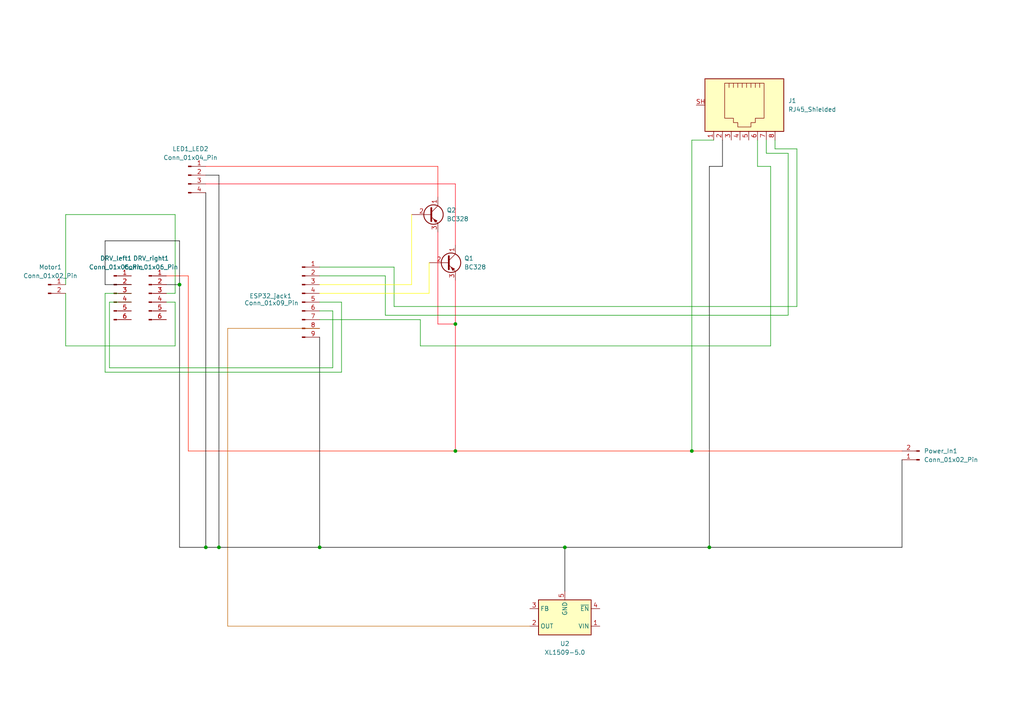
<source format=kicad_sch>
(kicad_sch (version 20231120) (generator "eeschema") (generator_version "8.0")
  (paper "A4")
  (lib_symbols
    (symbol "Connector:Conn_01x02_Pin" (pin_names (offset 1.016) hide)
      (property "Reference" "J" (at 0 2.54 0))
      (property "Value" "Conn_01x02_Pin" (at 0 -5.08 0))
      (symbol "Conn_01x02_Pin_1_1"
        (polyline (pts (xy 1.27 -2.54) (xy 0.8636 -2.54)) (stroke (width 0.1524)))
        (polyline (pts (xy 1.27 0) (xy 0.8636 0)) (stroke (width 0.1524)))
        (rectangle (start 0.8636 -2.413) (end 0 -2.667) (stroke (width 0.1524)) (fill (type outline)))
        (rectangle (start 0.8636 0.127) (end 0 -0.127) (stroke (width 0.1524)) (fill (type outline)))
        (pin passive line (at 5.08 0 180) (length 3.81) (name "Pin_1") (number "1"))
        (pin passive line (at 5.08 -2.54 180) (length 3.81) (name "Pin_2") (number "2"))
      )
    )
    (symbol "Connector:Conn_01x04_Pin" (pin_names (offset 1.016) hide)
      (property "Reference" "J" (at 0 5.08 0))
      (property "Value" "Conn_01x04_Pin" (at 0 -7.62 0))
      (symbol "Conn_01x04_Pin_1_1"
        (polyline (pts (xy 1.27 -5.08) (xy 0.8636 -5.08)) (stroke (width 0.1524)))
        (polyline (pts (xy 1.27 -2.54) (xy 0.8636 -2.54)) (stroke (width 0.1524)))
        (polyline (pts (xy 1.27 0) (xy 0.8636 0)) (stroke (width 0.1524)))
        (polyline (pts (xy 1.27 2.54) (xy 0.8636 2.54)) (stroke (width 0.1524)))
        (rectangle (start 0.8636 -4.953) (end 0 -5.207) (stroke (width 0.1524)) (fill (type outline)))
        (rectangle (start 0.8636 -2.413) (end 0 -2.667) (stroke (width 0.1524)) (fill (type outline)))
        (rectangle (start 0.8636 0.127) (end 0 -0.127) (stroke (width 0.1524)) (fill (type outline)))
        (rectangle (start 0.8636 2.667) (end 0 2.413) (stroke (width 0.1524)) (fill (type outline)))
        (pin passive line (at 5.08 2.54 180) (length 3.81) (name "Pin_1") (number "1"))
        (pin passive line (at 5.08 0 180) (length 3.81) (name "Pin_2") (number "2"))
        (pin passive line (at 5.08 -2.54 180) (length 3.81) (name "Pin_3") (number "3"))
        (pin passive line (at 5.08 -5.08 180) (length 3.81) (name "Pin_4") (number "4"))
      )
    )
    (symbol "Connector:Conn_01x06_Pin" (pin_names (offset 1.016) hide)
      (property "Reference" "J" (at 0 7.62 0))
      (property "Value" "Conn_01x06_Pin" (at 0 -10.16 0))
      (symbol "Conn_01x06_Pin_1_1"
        (polyline (pts (xy 1.27 -7.62) (xy 0.8636 -7.62)) (stroke (width 0.1524)))
        (polyline (pts (xy 1.27 -5.08) (xy 0.8636 -5.08)) (stroke (width 0.1524)))
        (polyline (pts (xy 1.27 -2.54) (xy 0.8636 -2.54)) (stroke (width 0.1524)))
        (polyline (pts (xy 1.27 0) (xy 0.8636 0)) (stroke (width 0.1524)))
        (polyline (pts (xy 1.27 2.54) (xy 0.8636 2.54)) (stroke (width 0.1524)))
        (polyline (pts (xy 1.27 5.08) (xy 0.8636 5.08)) (stroke (width 0.1524)))
        (rectangle (start 0.8636 -7.493) (end 0 -7.747) (stroke (width 0.1524)) (fill (type outline)))
        (rectangle (start 0.8636 -4.953) (end 0 -5.207) (stroke (width 0.1524)) (fill (type outline)))
        (rectangle (start 0.8636 -2.413) (end 0 -2.667) (stroke (width 0.1524)) (fill (type outline)))
        (rectangle (start 0.8636 0.127) (end 0 -0.127) (stroke (width 0.1524)) (fill (type outline)))
        (rectangle (start 0.8636 2.667) (end 0 2.413) (stroke (width 0.1524)) (fill (type outline)))
        (rectangle (start 0.8636 5.207) (end 0 4.953) (stroke (width 0.1524)) (fill (type outline)))
        (pin passive line (at 5.08 5.08 180) (length 3.81) (name "Pin_1") (number "1"))
        (pin passive line (at 5.08 2.54 180) (length 3.81) (name "Pin_2") (number "2"))
        (pin passive line (at 5.08 0 180) (length 3.81) (name "Pin_3") (number "3"))
        (pin passive line (at 5.08 -2.54 180) (length 3.81) (name "Pin_4") (number "4"))
        (pin passive line (at 5.08 -5.08 180) (length 3.81) (name "Pin_5") (number "5"))
        (pin passive line (at 5.08 -7.62 180) (length 3.81) (name "Pin_6") (number "6"))
      )
    )
    (symbol "Connector:Conn_01x09_Pin" (pin_names (offset 1.016) hide)
      (property "Reference" "J" (at 0 12.7 0))
      (property "Value" "Conn_01x09_Pin" (at 0 -12.7 0))
      (symbol "Conn_01x09_Pin_1_1"
        (polyline (pts (xy 1.27 -10.16) (xy 0.8636 -10.16)) (stroke (width 0.1524)))
        (polyline (pts (xy 1.27 -7.62) (xy 0.8636 -7.62)) (stroke (width 0.1524)))
        (polyline (pts (xy 1.27 -5.08) (xy 0.8636 -5.08)) (stroke (width 0.1524)))
        (polyline (pts (xy 1.27 -2.54) (xy 0.8636 -2.54)) (stroke (width 0.1524)))
        (polyline (pts (xy 1.27 0) (xy 0.8636 0)) (stroke (width 0.1524)))
        (polyline (pts (xy 1.27 2.54) (xy 0.8636 2.54)) (stroke (width 0.1524)))
        (polyline (pts (xy 1.27 5.08) (xy 0.8636 5.08)) (stroke (width 0.1524)))
        (polyline (pts (xy 1.27 7.62) (xy 0.8636 7.62)) (stroke (width 0.1524)))
        (polyline (pts (xy 1.27 10.16) (xy 0.8636 10.16)) (stroke (width 0.1524)))
        (rectangle (start 0.8636 -10.033) (end 0 -10.287) (stroke (width 0.1524)) (fill (type outline)))
        (rectangle (start 0.8636 -7.493) (end 0 -7.747) (stroke (width 0.1524)) (fill (type outline)))
        (rectangle (start 0.8636 -4.953) (end 0 -5.207) (stroke (width 0.1524)) (fill (type outline)))
        (rectangle (start 0.8636 -2.413) (end 0 -2.667) (stroke (width 0.1524)) (fill (type outline)))
        (rectangle (start 0.8636 0.127) (end 0 -0.127) (stroke (width 0.1524)) (fill (type outline)))
        (rectangle (start 0.8636 2.667) (end 0 2.413) (stroke (width 0.1524)) (fill (type outline)))
        (rectangle (start 0.8636 5.207) (end 0 4.953) (stroke (width 0.1524)) (fill (type outline)))
        (rectangle (start 0.8636 7.747) (end 0 7.493) (stroke (width 0.1524)) (fill (type outline)))
        (rectangle (start 0.8636 10.287) (end 0 10.033) (stroke (width 0.1524)) (fill (type outline)))
        (pin passive line (at 5.08 10.16 180) (length 3.81) (name "Pin_1") (number "1"))
        (pin passive line (at 5.08 7.62 180) (length 3.81) (name "Pin_2") (number "2"))
        (pin passive line (at 5.08 5.08 180) (length 3.81) (name "Pin_3") (number "3"))
        (pin passive line (at 5.08 2.54 180) (length 3.81) (name "Pin_4") (number "4"))
        (pin passive line (at 5.08 0 180) (length 3.81) (name "Pin_5") (number "5"))
        (pin passive line (at 5.08 -2.54 180) (length 3.81) (name "Pin_6") (number "6"))
        (pin passive line (at 5.08 -5.08 180) (length 3.81) (name "Pin_7") (number "7"))
        (pin passive line (at 5.08 -7.62 180) (length 3.81) (name "Pin_8") (number "8"))
        (pin passive line (at 5.08 -10.16 180) (length 3.81) (name "Pin_9") (number "9"))
      )
    )
    (symbol "Connector:RJ45_Shielded" (pin_names (offset 1.016))
      (property "Reference" "J" (at -5.08 13.97 0))
      (property "Value" "RJ45_Shielded" (at 2.54 13.97 0))
      (symbol "RJ45_Shielded_0_1"
        (polyline (pts (xy -5.08 4.445) (xy -6.35 4.445)))
        (polyline (pts (xy -5.08 5.715) (xy -6.35 5.715)))
        (polyline (pts (xy -6.35 -3.175) (xy -5.08 -3.175) (xy -5.08 -3.175)))
        (polyline (pts (xy -6.35 -1.905) (xy -5.08 -1.905) (xy -5.08 -1.905)))
        (polyline (pts (xy -6.35 -0.635) (xy -5.08 -0.635) (xy -5.08 -0.635)))
        (polyline (pts (xy -6.35 0.635) (xy -5.08 0.635) (xy -5.08 0.635)))
        (polyline (pts (xy -6.35 1.905) (xy -5.08 1.905) (xy -5.08 1.905)))
        (polyline (pts (xy -5.08 3.175) (xy -6.35 3.175) (xy -6.35 3.175)))
        (polyline (pts (xy -6.35 -4.445) (xy -6.35 6.985) (xy 3.81 6.985) (xy 3.81 4.445) (xy 5.08 4.445) (xy 5.08 3.175) (xy 6.35 3.175) (xy 6.35 -0.635) (xy 5.08 -0.635) (xy 5.08 -1.905) (xy 3.81 -1.905) (xy 3.81 -4.445) (xy -6.35 -4.445) (xy -6.35 -4.445)))
        (rectangle (start 7.62 12.7) (end -7.62 -10.16) (stroke (width 0.254)) (fill (type background)))
      )
      (symbol "RJ45_Shielded_1_1"
        (pin passive line (at 10.16 -7.62 180) (length 2.54) (name "~") (number "1"))
        (pin passive line (at 10.16 -5.08 180) (length 2.54) (name "~") (number "2"))
        (pin passive line (at 10.16 -2.54 180) (length 2.54) (name "~") (number "3"))
        (pin passive line (at 10.16 0 180) (length 2.54) (name "~") (number "4"))
        (pin passive line (at 10.16 2.54 180) (length 2.54) (name "~") (number "5"))
        (pin passive line (at 10.16 5.08 180) (length 2.54) (name "~") (number "6"))
        (pin passive line (at 10.16 7.62 180) (length 2.54) (name "~") (number "7"))
        (pin passive line (at 10.16 10.16 180) (length 2.54) (name "~") (number "8"))
        (pin passive line (at 0 -12.7 90) (length 2.54) (name "~") (number "SH"))
      )
    )
    (symbol "Regulator_Switching:XL1509-5.0"
      (property "Reference" "U" (at -7.112 6.096 0))
      (property "Value" "XL1509-5.0" (at 5.842 6.096 0))
      (symbol "XL1509-5.0_0_1"
        (rectangle (start -7.62 5.08) (end 7.62 -5.08) (stroke (width 0.254)) (fill (type background)))
      )
      (symbol "XL1509-5.0_1_1"
        (pin power_in line (at -10.16 2.54 0) (length 2.54) (name "VIN") (number "1"))
        (pin power_out line (at 10.16 2.54 180) (length 2.54) (name "OUT") (number "2"))
        (pin input line (at 10.16 -2.54 180) (length 2.54) (name "FB") (number "3"))
        (pin input line (at -10.16 -2.54 0) (length 2.54) (name "~{EN}") (number "4"))
        (pin power_in line (at 0 -7.62 90) (length 2.54) (name "GND") (number "5"))
        (pin passive line (at 0 -7.62 90) (length 2.54) hide (name "GND") (number "6"))
        (pin passive line (at 0 -7.62 90) (length 2.54) hide (name "GND") (number "7"))
        (pin passive line (at 0 -7.62 90) (length 2.54) hide (name "GND") (number "8"))
      )
    )
    (symbol "Transistor_BJT:BC328" (pin_names (offset 0) hide)
      (property "Reference" "Q" (at 5.08 1.905 0))
      (property "Value" "BC328" (at 5.08 0 0))
      (symbol "BC328_0_1"
        (polyline (pts (xy 0.635 0.635) (xy 2.54 2.54)))
        (polyline (pts (xy 0.635 -0.635) (xy 2.54 -2.54) (xy 2.54 -2.54)))
        (polyline (pts (xy 0.635 1.905) (xy 0.635 -1.905) (xy 0.635 -1.905)) (stroke (width 0.508)))
        (polyline (pts (xy 2.286 -1.778) (xy 1.778 -2.286) (xy 1.27 -1.27) (xy 2.286 -1.778) (xy 2.286 -1.778)) (fill (type outline)))
        (circle (center 1.27 0) (radius 2.8194) (stroke (width 0.254)))
      )
      (symbol "BC328_1_1"
        (pin passive line (at 2.54 5.08 270) (length 2.54) (name "C") (number "1"))
        (pin input line (at -5.08 0 0) (length 5.715) (name "B") (number "2"))
        (pin passive line (at 2.54 -5.08 90) (length 2.54) (name "E") (number "3"))
      )
    )
  )
  (junction (at 92.71 158.75))
  (junction (at 52.07 82.55))
  (junction (at 205.74 158.75))
  (junction (at 63.5 158.75))
  (junction (at 59.69 158.75))
  (junction (at 200.66 130.81))
  (junction (at 132.08 93.98))
  (junction (at 163.83 158.75))
  (junction (at 132.08 130.81))
  (wire (pts (xy 19.05 100.33) (xy 50.8 100.33)))
  (wire (pts (xy 228.6 44.45) (xy 222.25 44.45)))
  (wire (pts (xy 19.05 85.09) (xy 19.05 100.33)))
  (wire (pts (xy 132.08 93.98) (xy 127 93.98)) (stroke (width 0) (color 255 0 20 1)))
  (wire (pts (xy 200.66 40.64) (xy 207.01 40.64)))
  (wire (pts (xy 50.8 100.33) (xy 50.8 87.63)))
  (wire (pts (xy 114.3 77.47) (xy 114.3 88.9)))
  (wire (pts (xy 99.06 87.63) (xy 99.06 107.95)))
  (wire (pts (xy 38.1 87.63) (xy 31.75 87.63)))
  (wire (pts (xy 92.71 82.55) (xy 119.38 82.55)) (stroke (width 0) (color 255 252 0 1)))
  (wire (pts (xy 50.8 87.63) (xy 48.26 87.63)))
  (wire (pts (xy 19.05 82.55) (xy 19.05 62.23)))
  (wire (pts (xy 92.71 97.79) (xy 92.71 158.75)) (stroke (width 0) (color 0 0 0 1)))
  (wire (pts (xy 50.8 85.09) (xy 48.26 85.09)))
  (wire (pts (xy 92.71 92.71) (xy 121.92 92.71)))
  (wire (pts (xy 223.52 48.26) (xy 219.71 48.26)))
  (wire (pts (xy 163.83 171.45) (xy 163.83 158.75)) (stroke (width 0) (color 0 0 0 1)))
  (wire (pts (xy 231.14 43.18) (xy 224.79 43.18)))
  (wire (pts (xy 132.08 53.34) (xy 59.69 53.34)) (stroke (width 0) (color 255 0 20 1)))
  (wire (pts (xy 111.76 80.01) (xy 92.71 80.01)))
  (wire (pts (xy 205.74 48.26) (xy 205.74 158.75)) (stroke (width 0) (color 0 0 0 1)))
  (wire (pts (xy 205.74 158.75) (xy 261.62 158.75)) (stroke (width 0) (color 0 0 0 1)))
  (wire (pts (xy 31.75 87.63) (xy 31.75 106.68)))
  (wire (pts (xy 52.07 82.55) (xy 52.07 69.85)) (stroke (width 0) (color 0 0 0 1)))
  (wire (pts (xy 228.6 91.44) (xy 111.76 91.44)))
  (wire (pts (xy 132.08 130.81) (xy 54.61 130.81)) (stroke (width 0) (color 255 28 0 1)))
  (wire (pts (xy 59.69 48.26) (xy 127 48.26)) (stroke (width 0) (color 255 12 6 1)))
  (wire (pts (xy 261.62 133.35) (xy 261.62 158.75)) (stroke (width 0) (color 0 0 0 1)))
  (wire (pts (xy 222.25 44.45) (xy 222.25 40.64)))
  (wire (pts (xy 54.61 80.01) (xy 48.26 80.01)) (stroke (width 0) (color 255 28 0 1)))
  (wire (pts (xy 96.52 106.68) (xy 96.52 90.17)))
  (wire (pts (xy 132.08 93.98) (xy 132.08 81.28)) (stroke (width 0) (color 255 0 20 1)))
  (wire (pts (xy 114.3 88.9) (xy 231.14 88.9)))
  (wire (pts (xy 52.07 69.85) (xy 30.48 69.85)) (stroke (width 0) (color 0 0 0 1)))
  (wire (pts (xy 63.5 50.8) (xy 63.5 158.75)) (stroke (width 0) (color 0 0 0 1)))
  (wire (pts (xy 132.08 53.34) (xy 132.08 71.12)) (stroke (width 0) (color 255 0 20 1)))
  (wire (pts (xy 92.71 158.75) (xy 163.83 158.75)) (stroke (width 0) (color 0 0 0 1)))
  (wire (pts (xy 92.71 77.47) (xy 114.3 77.47)))
  (wire (pts (xy 223.52 100.33) (xy 223.52 48.26)))
  (wire (pts (xy 132.08 130.81) (xy 200.66 130.81)) (stroke (width 0) (color 255 28 0 1)))
  (wire (pts (xy 205.74 48.26) (xy 209.55 48.26)) (stroke (width 0) (color 0 0 0 1)))
  (wire (pts (xy 31.75 106.68) (xy 96.52 106.68)))
  (wire (pts (xy 59.69 158.75) (xy 63.5 158.75)) (stroke (width 0) (color 0 0 0 1)))
  (wire (pts (xy 50.8 62.23) (xy 50.8 85.09)))
  (wire (pts (xy 127 57.15) (xy 127 48.26)) (stroke (width 0) (color 255 12 6 1)))
  (wire (pts (xy 30.48 69.85) (xy 30.48 82.55)) (stroke (width 0) (color 0 0 0 1)))
  (wire (pts (xy 66.04 181.61) (xy 153.67 181.61)) (stroke (width 0) (color 191 99 0 1)))
  (wire (pts (xy 96.52 90.17) (xy 92.71 90.17)))
  (wire (pts (xy 163.83 158.75) (xy 205.74 158.75)) (stroke (width 0) (color 0 0 0 1)))
  (wire (pts (xy 127 93.98) (xy 127 67.31)) (stroke (width 0) (color 255 0 20 1)))
  (wire (pts (xy 121.92 92.71) (xy 121.92 100.33)))
  (wire (pts (xy 52.07 82.55) (xy 48.26 82.55)) (stroke (width 0) (color 0 0 0 1)))
  (wire (pts (xy 99.06 107.95) (xy 30.48 107.95)))
  (wire (pts (xy 59.69 50.8) (xy 63.5 50.8)) (stroke (width 0) (color 0 0 0 1)))
  (wire (pts (xy 66.04 95.25) (xy 92.71 95.25)) (stroke (width 0) (color 191 99 0 1)))
  (wire (pts (xy 52.07 158.75) (xy 59.69 158.75)) (stroke (width 0) (color 0 0 0 1)))
  (wire (pts (xy 52.07 82.55) (xy 52.07 158.75)) (stroke (width 0) (color 0 0 0 1)))
  (wire (pts (xy 124.46 85.09) (xy 124.46 76.2)) (stroke (width 0) (color 255 252 0 1)))
  (wire (pts (xy 200.66 40.64) (xy 200.66 130.81)))
  (wire (pts (xy 54.61 130.81) (xy 54.61 80.01)) (stroke (width 0) (color 255 28 0 1)))
  (wire (pts (xy 19.05 62.23) (xy 50.8 62.23)))
  (wire (pts (xy 92.71 87.63) (xy 99.06 87.63)))
  (wire (pts (xy 132.08 130.81) (xy 132.08 93.98)) (stroke (width 0) (color 255 0 20 1)))
  (wire (pts (xy 219.71 48.26) (xy 219.71 40.64)))
  (wire (pts (xy 209.55 48.26) (xy 209.55 40.64)) (stroke (width 0) (color 0 0 0 1)))
  (wire (pts (xy 59.69 55.88) (xy 59.69 158.75)) (stroke (width 0) (color 0 0 0 1)))
  (wire (pts (xy 228.6 44.45) (xy 228.6 91.44)))
  (wire (pts (xy 231.14 43.18) (xy 231.14 88.9)))
  (wire (pts (xy 224.79 43.18) (xy 224.79 40.64)))
  (wire (pts (xy 121.92 100.33) (xy 223.52 100.33)))
  (wire (pts (xy 200.66 130.81) (xy 261.62 130.81)) (stroke (width 0) (color 255 28 0 1)))
  (wire (pts (xy 30.48 107.95) (xy 30.48 85.09)))
  (wire (pts (xy 30.48 85.09) (xy 38.1 85.09)))
  (wire (pts (xy 63.5 158.75) (xy 92.71 158.75)) (stroke (width 0) (color 0 0 0 1)))
  (wire (pts (xy 30.48 82.55) (xy 38.1 82.55)) (stroke (width 0) (color 0 0 0 1)))
  (wire (pts (xy 92.71 85.09) (xy 124.46 85.09)) (stroke (width 0) (color 255 252 0 1)))
  (wire (pts (xy 111.76 91.44) (xy 111.76 80.01)))
  (wire (pts (xy 66.04 95.25) (xy 66.04 181.61)) (stroke (width 0) (color 191 99 0 1)))
  (wire (pts (xy 119.38 62.23) (xy 119.38 82.55)) (stroke (width 0) (color 255 252 0 1)))
  (symbol (lib_id "Transistor_BJT:BC328") (at 124.46 62.23 0) (unit 1)
    (property "Reference" "Q2" (at 129.54 60.9599 0) (effects (justify left)))
    (property "Value" "BC328" (at 129.54 63.4999 0) (effects (justify left)))
    (property "Footprint" "Package_TO_SOT_THT:TO-92_Inline" (effects (hide yes)))
    (property "Datasheet" "http://www.redrok.com/PNP_BC327_-45V_-800mA_0.625W_Hfe100_TO-92.pdf" (effects (hide yes)))
    (property "Description" "0.8A Ic, 25V Vce, PNP Transistor, TO-92" (effects (hide yes)))
  )
  (symbol (lib_id "Connector:Conn_01x06_Pin") (at 43.18 85.09 0) (unit 1)
    (property "Reference" "DRV_right1" (at 43.815 74.93 0))
    (property "Value" "Conn_01x06_Pin" (at 43.815 77.47 0))
    (property "Footprint" "Connector_PinHeader_1.00mm:PinHeader_1x06_P1.00mm_Vertical" (effects (hide yes)))
    (property "Description" "Generic connector, single row, 01x06, script generated" (effects (hide yes)))
  )
  (symbol (lib_id "Transistor_BJT:BC328") (at 129.54 76.2 0) (unit 1)
    (property "Reference" "Q1" (at 134.62 74.9299 0) (effects (justify left)))
    (property "Value" "BC328" (at 134.62 77.4699 0) (effects (justify left)))
    (property "Footprint" "Package_TO_SOT_THT:TO-92_Inline" (effects (hide yes)))
    (property "Datasheet" "http://www.redrok.com/PNP_BC327_-45V_-800mA_0.625W_Hfe100_TO-92.pdf" (effects (hide yes)))
    (property "Description" "0.8A Ic, 25V Vce, PNP Transistor, TO-92" (effects (hide yes)))
  )
  (symbol (lib_id "Connector:Conn_01x02_Pin") (at 266.7 133.35 180) (unit 1)
    (property "Reference" "Power_In1" (at 267.97 130.8099 0) (effects (justify right)))
    (property "Value" "Conn_01x02_Pin" (at 267.97 133.3499 0) (effects (justify right)))
    (property "Footprint" "Connector_PinHeader_1.00mm:PinHeader_1x02_P1.00mm_Vertical" (effects (hide yes)))
    (property "Description" "Generic connector, single row, 01x02, script generated" (effects (hide yes)))
  )
  (symbol (lib_id "Connector:Conn_01x06_Pin") (at 33.02 85.09 0) (unit 1)
    (property "Reference" "DRV_left1" (at 33.655 74.93 0))
    (property "Value" "Conn_01x06_Pin" (at 33.655 77.47 0))
    (property "Footprint" "Connector_PinHeader_1.00mm:PinHeader_1x06_P1.00mm_Vertical" (effects (hide yes)))
    (property "Description" "Generic connector, single row, 01x06, script generated" (effects (hide yes)))
  )
  (symbol (lib_id "Regulator_Switching:XL1509-5.0") (at 163.83 179.07 180) (unit 1)
    (property "Reference" "U2" (at 163.83 186.69 0))
    (property "Value" "XL1509-5.0" (at 163.83 189.23 0))
    (property "Footprint" "Package_SO:SOIC-8_3.9x4.9mm_P1.27mm" (effects (hide yes)))
    (property "Datasheet" "https://datasheet.lcsc.com/lcsc/1809050422_XLSEMI-XL1509-5-0E1_C61063.pdf" (effects (hide yes)))
    (property "Description" "Buck DC/DC Converter, 2A, 5V Output Voltage, 7-40V Input Voltage" (effects (hide yes)))
  )
  (symbol (lib_id "Connector:Conn_01x02_Pin") (at 13.97 82.55 0) (unit 1)
    (property "Reference" "Motor1" (at 14.605 77.47 0))
    (property "Value" "Conn_01x02_Pin" (at 14.605 80.01 0))
    (property "Footprint" "Connector_PinHeader_1.00mm:PinHeader_1x02_P1.00mm_Vertical" (effects (hide yes)))
    (property "Description" "Generic connector, single row, 01x02, script generated" (effects (hide yes)))
  )
  (symbol (lib_id "Connector:Conn_01x04_Pin") (at 54.61 50.8 0) (unit 1)
    (property "Reference" "LED1_LED2" (at 55.245 43.18 0))
    (property "Value" "Conn_01x04_Pin" (at 55.245 45.72 0))
    (property "Footprint" "Connector_PinHeader_1.00mm:PinHeader_1x04_P1.00mm_Vertical" (effects (hide yes)))
    (property "Description" "Generic connector, single row, 01x04, script generated" (effects (hide yes)))
  )
  (symbol (lib_id "Connector:Conn_01x09_Pin") (at 87.63 87.63 0) (unit 1)
    (property "Reference" "ESP32_jack1" (at 78.486 85.852 0))
    (property "Value" "Conn_01x09_Pin" (at 78.74 87.884 0))
    (property "Footprint" "Connector_PinHeader_1.00mm:PinHeader_1x09_P1.00mm_Vertical" (effects (hide yes)))
    (property "Description" "Generic connector, single row, 01x09, script generated" (effects (hide yes)))
  )
  (symbol (lib_id "Connector:RJ45_Shielded") (at 214.63 30.48 270) (unit 1)
    (property "Reference" "J1" (at 228.6 29.2099 90) (effects (justify left)))
    (property "Value" "RJ45_Shielded" (at 228.6 31.7499 90) (effects (justify left)))
    (property "Footprint" "Connector_RJ:RJ45_Amphenol_54602-x08_Horizontal" (effects (hide yes)))
    (property "Description" "RJ connector, 8P8C (8 positions 8 connected), Shielded" (effects (hide yes)))
  )
)
</source>
